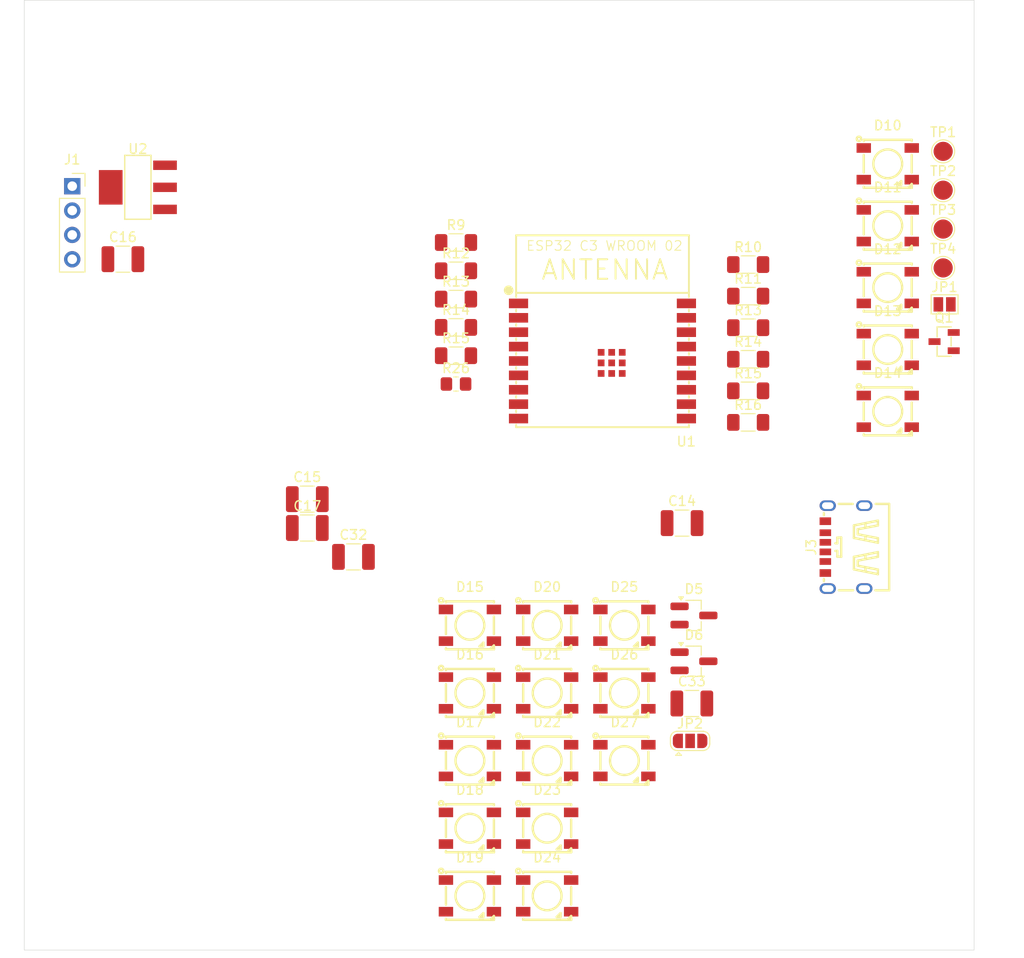
<source format=kicad_pcb>
(kicad_pcb (version 20241229) (generator "pcbnew") (generator_version "9.0")
  (title_block (title "BirtydayCard") (date "2025-03-29") (rev "V1") (comment 1 "Casper R. Tak"))
  (layers (0 "F.Cu" signal) (2 "B.Cu" signal) (13 "F.Paste" user) (15 "B.Paste" user) (5 "F.SilkS" user "F.Silkscreen") (7 "B.SilkS" user "B.Silkscreen") (1 "F.Mask" user) (3 "B.Mask" user) (25 "Edge.Cuts" user))
  (net 0 "")
  (net 1 "GND")
  (net 2 "+3V3")
  (net 3 "ESP_EN")
  (net 4 "GPIO0")
  (net 5 "BUZZ")
  (net 6 "Net-(D10-DIN)")
  (net 7 "Net-(D10-DOUT)")
  (net 8 "GPIO1")
  (net 9 "GPIO4")
  (net 10 "GPIO3")
  (net 11 "Net-(D11-DOUT)")
  (net 12 "D+_USB")
  (net 13 "Net-(D12-DOUT)")
  (net 14 "D-_USB")
  (net 15 "Net-(D13-DOUT)")
  (net 16 "GPIO7")
  (net 17 "GPIO6")
  (net 18 "Net-(J3-CC1)")
  (net 19 "GPIO8")
  (net 20 "Net-(J3-CC2)")
  (net 21 "GPIO5")
  (net 22 "Net-(D14-DOUT)")
  (net 23 "Net-(U1-RXD)")
  (net 24 "Net-(U1-TXD)")
  (net 25 "GPIO9")
  (net 26 "GPIO2")
  (net 27 "Net-(D15-DOUT)")
  (net 28 "+5V")
  (net 29 "Net-(Q1-D)")
  (net 30 "Net-(Q1-G)")
  (net 31 "Net-(D16-DOUT)")
  (net 32 "Net-(D16-DIN)")
  (net 33 "Net-(D17-DIN)")
  (net 34 "Net-(D18-DIN)")
  (net 35 "Net-(D19-DIN)")
  (net 36 "Net-(D20-DIN)")
  (net 38 "Net-(D22-DIN)")
  (net 39 "Net-(D23-DIN)")
  (net 40 "Net-(D24-DIN)")
  (net 41 "Net-(D25-DIN)")
  (net 42 "Net-(D26-DIN)")
  (net 43 "Net-(JP2-C)")
  (footprint "Jumper:SolderJumper-3_P1.3mm_Open_RoundedPad1.0x1.5mm" (layer "F.Cu") (at 134.4 109.7)
    (property "Reference" "JP2" (at 0 -1.8 0) (layer "F.SilkS"))
    (property "Value" "SolderJumper_3_Open")
    (pad "1" smd custom (at -1.3 0) (size 1 0.5) (layers "F.Cu" "F.Mask") (net 2 "+3V3") (options (clearance outline) (anchor rect)) (primitives (gr_circle (center 0 0.25) (end 0.5 0.25) (width 0) (fill yes)) (gr_circle (center 0 -0.25) (end 0.5 -0.25) (width 0) (fill yes)) (gr_poly (pts (xy 0.55 0.75) (xy 0 0.75) (xy 0 -0.75) (xy 0.55 -0.75)) (width 0) (fill yes))))
    (pad "2" smd rect (at 0 0) (size 1 1.5) (layers "F.Cu" "F.Mask") (net 43 "Net-(JP2-C)"))
    (pad "3" smd custom (at 1.3 0) (size 1 0.5) (layers "F.Cu" "F.Mask") (net 1 "GND") (options (clearance outline) (anchor rect)) (primitives (gr_circle (center 0 0.25) (end 0.5 0.25) (width 0) (fill yes)) (gr_circle (center 0 -0.25) (end 0.5 -0.25) (width 0) (fill yes)) (gr_poly (pts (xy 0 0.75) (xy -0.55 0.75) (xy -0.55 -0.75) (xy 0 -0.75)) (width 0) (fill yes))))
  )
  (footprint "easyeda2kicad:LED-SMD_4P-L5.0-W5.0-BL_TC5050RGB" (layer "F.Cu") (at 155 62.45)
    (property "Reference" "D12" (at 0 -4 0) (layer "F.SilkS"))
    (property "Value" "WS2812B")
    (pad "1" smd rect (at -2.5 -1.65) (size 1.5 1) (layers "F.Cu" "F.Mask" "F.Paste") (net 2 "+3V3"))
    (pad "2" smd rect (at -2.5 1.65) (size 1.5 1) (layers "F.Cu" "F.Mask" "F.Paste") (net 13 "Net-(D12-DOUT)"))
    (pad "3" smd rect (at 2.5 1.65) (size 1.5 1) (layers "F.Cu" "F.Mask" "F.Paste") (net 1 "GND"))
    (pad "4" smd rect (at 2.5 -1.65) (size 1.5 1) (layers "F.Cu" "F.Mask" "F.Paste") (net 11 "Net-(D11-DOUT)"))
  )
  (footprint "TestPoint:TestPoint_Pad_D2.0mm" (layer "F.Cu") (at 160.775 48.25)
    (property "Reference" "TP1" (at 0 -1.998 0) (layer "F.SilkS"))
    (property "Value" "TestPoint_Probe")
    (pad "1" smd circle (at 0 0) (size 2 2) (layers "F.Cu" "F.Mask") (net 23 "Net-(U1-RXD)"))
  )
  (footprint "Resistor_SMD:R_1206_3216Metric_Pad1.30x1.75mm_HandSolder" (layer "F.Cu") (at 140.45 73.21)
    (property "Reference" "R15" (at 0 -1.82 0) (layer "F.SilkS"))
    (property "Value" "10k")
    (pad "1" smd roundrect (at -1.55 0) (size 1.3 1.75) (layers "F.Cu" "F.Mask" "F.Paste") (roundrect_rratio 0.192308) (net 2 "+3V3"))
    (pad "2" smd roundrect (at 1.55 0) (size 1.3 1.75) (layers "F.Cu" "F.Mask" "F.Paste") (roundrect_rratio 0.192308) (net 3 "ESP_EN"))
  )
  (footprint "easyeda2kicad:LED-SMD_4P-L5.0-W5.0-BL_TC5050RGB" (layer "F.Cu") (at 127.55 97.65)
    (property "Reference" "D25" (at 0 -4 0) (layer "F.SilkS"))
    (property "Value" "WS2812B")
    (pad "1" smd rect (at -2.5 -1.65) (size 1.5 1) (layers "F.Cu" "F.Mask" "F.Paste") (net 2 "+3V3"))
    (pad "2" smd rect (at -2.5 1.65) (size 1.5 1) (layers "F.Cu" "F.Mask" "F.Paste") (net 40 "Net-(D24-DIN)"))
    (pad "3" smd rect (at 2.5 1.65) (size 1.5 1) (layers "F.Cu" "F.Mask" "F.Paste") (net 1 "GND"))
    (pad "4" smd rect (at 2.5 -1.65) (size 1.5 1) (layers "F.Cu" "F.Mask" "F.Paste") (net 41 "Net-(D25-DIN)"))
  )
  (footprint "Connector_PinSocket_2.54mm:PinSocket_1x04_P2.54mm_Vertical" (layer "F.Cu") (at 70 51.88)
    (property "Reference" "J1" (at 0 -2.77 0) (layer "F.SilkS"))
    (property "Value" "Conn_01x04_Socket")
    (pad "1" thru_hole rect (at 0 0) (size 1.7 1.7) (drill 1) (layers "*.Cu" "*.Mask") (net 17 "GPIO6"))
    (pad "2" thru_hole circle (at 0 2.54) (size 1.7 1.7) (drill 1) (layers "*.Cu" "*.Mask") (net 16 "GPIO7"))
    (pad "3" thru_hole circle (at 0 5.08) (size 1.7 1.7) (drill 1) (layers "*.Cu" "*.Mask") (net 1 "GND"))
    (pad "4" thru_hole circle (at 0 7.62) (size 1.7 1.7) (drill 1) (layers "*.Cu" "*.Mask") (net 2 "+3V3"))
  )
  (footprint "Package_TO_SOT_SMD:SOT-23_Handsoldering" (layer "F.Cu") (at 134.8 101.4)
    (property "Reference" "D6" (at 0 -2.75 0) (layer "F.SilkS"))
    (property "Value" "7A 150W")
    (pad "1" smd roundrect (at -1.5 -0.95) (size 1.9 0.8) (layers "F.Cu" "F.Mask" "F.Paste") (net 14 "D-_USB"))
    (pad "2" smd roundrect (at -1.5 0.95) (size 1.9 0.8) (layers "F.Cu" "F.Mask" "F.Paste") (net 12 "D+_USB"))
    (pad "3" smd roundrect (at 1.5 0) (size 1.9 0.8) (layers "F.Cu" "F.Mask" "F.Paste") (net 1 "GND"))
  )
  (footprint "Resistor_SMD:R_1206_3216Metric_Pad1.30x1.75mm_HandSolder" (layer "F.Cu") (at 140.45 60.05)
    (property "Reference" "R10" (at 0 -1.82 0) (layer "F.SilkS"))
    (property "Value" "10k")
    (pad "1" smd roundrect (at -1.55 0) (size 1.3 1.75) (layers "F.Cu" "F.Mask" "F.Paste") (roundrect_rratio 0.192308) (net 2 "+3V3"))
    (pad "2" smd roundrect (at 1.55 0) (size 1.3 1.75) (layers "F.Cu" "F.Mask" "F.Paste") (roundrect_rratio 0.192308) (net 16 "GPIO7"))
  )
  (footprint "Resistor_SMD:R_1206_3216Metric_Pad1.30x1.75mm_HandSolder" (layer "F.Cu") (at 140.45 63.34)
    (property "Reference" "R11" (at 0 -1.82 0) (layer "F.SilkS"))
    (property "Value" "10k")
    (pad "1" smd roundrect (at -1.55 0) (size 1.3 1.75) (layers "F.Cu" "F.Mask" "F.Paste") (roundrect_rratio 0.192308) (net 2 "+3V3"))
    (pad "2" smd roundrect (at 1.55 0) (size 1.3 1.75) (layers "F.Cu" "F.Mask" "F.Paste") (roundrect_rratio 0.192308) (net 17 "GPIO6"))
  )
  (footprint "easyeda2kicad:LED-SMD_4P-L5.0-W5.0-BL_TC5050RGB" (layer "F.Cu") (at 127.55 111.75)
    (property "Reference" "D27" (at 0 -4 0) (layer "F.SilkS"))
    (property "Value" "WS2812B")
    (pad "1" smd rect (at -2.5 -1.65) (size 1.5 1) (layers "F.Cu" "F.Mask" "F.Paste") (net 2 "+3V3"))
    (pad "2" smd rect (at -2.5 1.65) (size 1.5 1) (layers "F.Cu" "F.Mask" "F.Paste") (net 42 "Net-(D26-DIN)"))
    (pad "3" smd rect (at 2.5 1.65) (size 1.5 1) (layers "F.Cu" "F.Mask" "F.Paste") (net 1 "GND"))
    (pad "4" smd rect (at 2.5 -1.65) (size 1.5 1) (layers "F.Cu" "F.Mask" "F.Paste") (net 31 "Net-(D16-DOUT)"))
  )
  (footprint "Jumper:SolderJumper-2_P1.3mm_Open_Pad1.0x1.5mm" (layer "F.Cu") (at 160.925 64.2)
    (property "Reference" "JP1" (at 0 -1.8 0) (layer "F.SilkS"))
    (property "Value" "SolderJumper_2_Open")
    (pad "1" smd rect (at -0.65 0) (size 1 1.5) (layers "F.Cu" "F.Mask") (net 1 "GND"))
    (pad "2" smd rect (at 0.65 0) (size 1 1.5) (layers "F.Cu" "F.Mask") (net 25 "GPIO9"))
  )
  (footprint "Resistor_SMD:R_1206_3216Metric_Pad1.30x1.75mm_HandSolder" (layer "F.Cu") (at 110 63.65)
    (property "Reference" "R13" (at 0 -1.82 0) (layer "F.SilkS"))
    (property "Value" "5k1")
    (pad "1" smd roundrect (at -1.55 0) (size 1.3 1.75) (layers "F.Cu" "F.Mask" "F.Paste") (roundrect_rratio 0.192308) (net 1 "GND"))
    (pad "2" smd roundrect (at 1.55 0) (size 1.3 1.75) (layers "F.Cu" "F.Mask" "F.Paste") (roundrect_rratio 0.192308) (net 18 "Net-(J3-CC1)"))
  )
  (footprint "TestPoint:TestPoint_Pad_D2.0mm" (layer "F.Cu") (at 160.775 56.35)
    (property "Reference" "TP3" (at 0 -1.998 0) (layer "F.SilkS"))
    (property "Value" "TestPoint_Probe")
    (pad "1" smd circle (at 0 0) (size 2 2) (layers "F.Cu" "F.Mask") (net 12 "D+_USB"))
  )
  (footprint "easyeda2kicad:BULETM-SMD_ESPRESSIF_ESP32-C3-WROOM-02-N4-4MB" (layer "F.Cu") (at 125.265 70.1)
    (property "Reference" "U1" (at 8.735 8.4 0) (layer "F.SilkS"))
    (property "Value" "ESP32-C3-WROOM-02-N4(4MB)")
    (fp_text user "ESP32 C3 WROOM 02" (at -8 -12 0) (layer "F.SilkS") (effects (font (thickness 0.1)) (justify left)))
    (fp_text user "ANTENNA" (at -6.5 -9.5 0) (layer "F.SilkS") (effects (font (size 2.03 2.03) (thickness 0.2)) (justify left)))
    (pad "1" smd rect (at -8.75 -6) (size 2 1) (layers "F.Cu" "F.Mask" "F.Paste") (net 2 "+3V3"))
    (pad "2" smd rect (at -8.75 -4.5) (size 2 1) (layers "F.Cu" "F.Mask" "F.Paste") (net 3 "ESP_EN"))
    (pad "3" smd rect (at -8.75 -3) (size 2 1) (layers "F.Cu" "F.Mask" "F.Paste") (net 9 "GPIO4"))
    (pad "4" smd rect (at -8.75 -1.5) (size 2 1) (layers "F.Cu" "F.Mask" "F.Paste") (net 21 "GPIO5"))
    (pad "5" smd rect (at -8.75 0) (size 2 1) (layers "F.Cu" "F.Mask" "F.Paste") (net 17 "GPIO6"))
    (pad "6" smd rect (at -8.75 1.5) (size 2 1) (layers "F.Cu" "F.Mask" "F.Paste") (net 16 "GPIO7"))
    (pad "7" smd rect (at -8.75 3) (size 2 1) (layers "F.Cu" "F.Mask" "F.Paste") (net 19 "GPIO8"))
    (pad "8" smd rect (at -8.75 4.5) (size 2 1) (layers "F.Cu" "F.Mask" "F.Paste") (net 25 "GPIO9"))
    (pad "9" smd rect (at -8.75 6) (size 2 1) (layers "F.Cu" "F.Mask" "F.Paste") (net 1 "GND"))
    (pad "10" smd rect (at 8.75 6) (size 2 1) (layers "F.Cu" "F.Mask" "F.Paste") (net 5 "BUZZ"))
    (pad "11" smd rect (at 8.75 4.5) (size 2 1) (layers "F.Cu" "F.Mask" "F.Paste") (net 23 "Net-(U1-RXD)"))
    (pad "12" smd rect (at 8.75 3) (size 2 1) (layers "F.Cu" "F.Mask" "F.Paste") (net 24 "Net-(U1-TXD)"))
    (pad "13" smd rect (at 8.75 1.5) (size 2 1) (layers "F.Cu" "F.Mask" "F.Paste") (net 14 "D-_USB"))
    (pad "14" smd rect (at 8.75 0) (size 2 1) (layers "F.Cu" "F.Mask" "F.Paste") (net 12 "D+_USB"))
    (pad "15" smd rect (at 8.75 -1.5) (size 2 1) (layers "F.Cu" "F.Mask" "F.Paste") (net 10 "GPIO3"))
    (pad "16" smd rect (at 8.75 -3) (size 2 1) (layers "F.Cu" "F.Mask" "F.Paste") (net 26 "GPIO2"))
    (pad "17" smd rect (at 8.75 -4.5) (size 2 1) (layers "F.Cu" "F.Mask" "F.Paste") (net 8 "GPIO1"))
    (pad "18" smd rect (at 8.75 -6) (size 2 1) (layers "F.Cu" "F.Mask" "F.Paste") (net 4 "GPIO0"))
    (pad "19" smd rect (at -0.14 -0.9) (size 0.7 0.7) (layers "F.Cu" "F.Mask" "F.Paste") (net 1 "GND"))
    (pad "19" smd rect (at -0.14 0.2) (size 0.7 0.7) (layers "F.Cu" "F.Mask" "F.Paste") (net 1 "GND"))
    (pad "19" smd rect (at -0.14 1.3) (size 0.7 0.7) (layers "F.Cu" "F.Mask" "F.Paste") (net 1 "GND"))
    (pad "19" smd rect (at 0.96 -0.9) (size 0.7 0.7) (layers "F.Cu" "F.Mask" "F.Paste") (net 1 "GND"))
    (pad "19" smd rect (at 0.96 0.2) (size 0.7 0.7) (layers "F.Cu" "F.Mask" "F.Paste") (net 1 "GND"))
    (pad "19" smd rect (at 0.96 1.3) (size 0.7 0.7) (layers "F.Cu" "F.Mask" "F.Paste") (net 1 "GND"))
    (pad "19" smd rect (at 2.06 -0.9) (size 0.7 0.7) (layers "F.Cu" "F.Mask" "F.Paste") (net 1 "GND"))
    (pad "19" smd rect (at 2.06 0.2) (size 0.7 0.7) (layers "F.Cu" "F.Mask" "F.Paste") (net 1 "GND"))
    (pad "19" smd rect (at 2.06 1.3) (size 0.7 0.7) (layers "F.Cu" "F.Mask" "F.Paste") (net 1 "GND"))
  )
  (footprint "Resistor_SMD:R_1206_3216Metric_Pad1.30x1.75mm_HandSolder" (layer "F.Cu") (at 110 60.7)
    (property "Reference" "R12" (at 0 -1.82 0) (layer "F.SilkS"))
    (property "Value" "220")
    (pad "1" smd roundrect (at -1.55 0) (size 1.3 1.75) (layers "F.Cu" "F.Mask" "F.Paste") (roundrect_rratio 0.192308) (net 6 "Net-(D10-DIN)"))
    (pad "2" smd roundrect (at 1.55 0) (size 1.3 1.75) (layers "F.Cu" "F.Mask" "F.Paste") (roundrect_rratio 0.192308) (net 10 "GPIO3"))
  )
  (footprint "Capacitor_SMD:C_1210_3225Metric_Pad1.33x2.70mm_HandSolder" (layer "F.Cu") (at 134.58 105.8)
    (property "Reference" "C33" (at 0 -2.3 0) (layer "F.SilkS"))
    (property "Value" "100nF 50V")
    (pad "1" smd roundrect (at -1.5625 0) (size 1.325 2.7) (layers "F.Cu" "F.Mask" "F.Paste") (roundrect_rratio 0.188679) (net 2 "+3V3"))
    (pad "2" smd roundrect (at 1.5625 0) (size 1.325 2.7) (layers "F.Cu" "F.Mask" "F.Paste") (roundrect_rratio 0.188679) (net 1 "GND"))
  )
  (footprint "Package_TO_SOT_SMD:SOT-23_Handsoldering" (layer "F.Cu") (at 134.8 96.625)
    (property "Reference" "D5" (at 0 -2.75 0) (layer "F.SilkS"))
    (property "Value" "7A 150W")
    (pad "1" smd roundrect (at -1.5 -0.95) (size 1.9 0.8) (layers "F.Cu" "F.Mask" "F.Paste") (net 16 "GPIO7"))
    (pad "2" smd roundrect (at -1.5 0.95) (size 1.9 0.8) (layers "F.Cu" "F.Mask" "F.Paste") (net 17 "GPIO6"))
    (pad "3" smd roundrect (at 1.5 0) (size 1.9 0.8) (layers "F.Cu" "F.Mask" "F.Paste") (net 1 "GND"))
  )
  (footprint "easyeda2kicad:LED-SMD_4P-L5.0-W5.0-BL_TC5050RGB" (layer "F.Cu") (at 119.5 97.65)
    (property "Reference" "D20" (at 0 -4 0) (layer "F.SilkS"))
    (property "Value" "WS2812B")
    (pad "1" smd rect (at -2.5 -1.65) (size 1.5 1) (layers "F.Cu" "F.Mask" "F.Paste") (net 2 "+3V3"))
    (pad "2" smd rect (at -2.5 1.65) (size 1.5 1) (layers "F.Cu" "F.Mask" "F.Paste") (net 35 "Net-(D19-DIN)"))
    (pad "3" smd rect (at 2.5 1.65) (size 1.5 1) (layers "F.Cu" "F.Mask" "F.Paste") (net 1 "GND"))
    (pad "4" smd rect (at 2.5 -1.65) (size 1.5 1) (layers "F.Cu" "F.Mask" "F.Paste") (net 36 "Net-(D20-DIN)"))
  )
  (footprint "Resistor_SMD:R_1206_3216Metric_Pad1.30x1.75mm_HandSolder" (layer "F.Cu") (at 140.45 76.5)
    (property "Reference" "R16" (at 0 -1.82 0) (layer "F.SilkS"))
    (property "Value" "5k1")
    (pad "1" smd roundrect (at -1.55 0) (size 1.3 1.75) (layers "F.Cu" "F.Mask" "F.Paste") (roundrect_rratio 0.192308) (net 1 "GND"))
    (pad "2" smd roundrect (at 1.55 0) (size 1.3 1.75) (layers "F.Cu" "F.Mask" "F.Paste") (roundrect_rratio 0.192308) (net 20 "Net-(J3-CC2)"))
  )
  (footprint "Resistor_SMD:R_1206_3216Metric_Pad1.30x1.75mm_HandSolder" (layer "F.Cu") (at 110 69.55)
    (property "Reference" "R15" (at 0 -1.82 0) (layer "F.SilkS"))
    (property "Value" "10k")
    (pad "1" smd roundrect (at -1.55 0) (size 1.3 1.75) (layers "F.Cu" "F.Mask" "F.Paste") (roundrect_rratio 0.192308) (net 2 "+3V3"))
    (pad "2" smd roundrect (at 1.55 0) (size 1.3 1.75) (layers "F.Cu" "F.Mask" "F.Paste") (roundrect_rratio 0.192308) (net 3 "ESP_EN"))
  )
  (footprint "easyeda2kicad:SOT-23-3_L2.9-W1.3-P1.90-LS2.4-BR" (layer "F.Cu") (at 160.875 68.08)
    (property "Reference" "Q1" (at 0 -2.5 0) (layer "F.SilkS"))
    (property "Value" "2N7002_C306856")
    (pad "1" smd rect (at 1 0.95) (size 1.25 0.7) (layers "F.Cu" "F.Mask" "F.Paste") (net 30 "Net-(Q1-G)"))
    (pad "2" smd rect (at 1 -0.95) (size 1.25 0.7) (layers "F.Cu" "F.Mask" "F.Paste") (net 1 "GND"))
    (pad "3" smd rect (at -1 0) (size 1.25 0.7) (layers "F.Cu" "F.Mask" "F.Paste") (net 29 "Net-(Q1-D)"))
  )
  (footprint "easyeda2kicad:LED-SMD_4P-L5.0-W5.0-BL_TC5050RGB" (layer "F.Cu") (at 111.45 125.85)
    (property "Reference" "D19" (at 0 -4 0) (layer "F.SilkS"))
    (property "Value" "WS2812B")
    (pad "1" smd rect (at -2.5 -1.65) (size 1.5 1) (layers "F.Cu" "F.Mask" "F.Paste") (net 2 "+3V3"))
    (pad "2" smd rect (at -2.5 1.65) (size 1.5 1) (layers "F.Cu" "F.Mask" "F.Paste") (net 34 "Net-(D18-DIN)"))
    (pad "3" smd rect (at 2.5 1.65) (size 1.5 1) (layers "F.Cu" "F.Mask" "F.Paste") (net 1 "GND"))
    (pad "4" smd rect (at 2.5 -1.65) (size 1.5 1) (layers "F.Cu" "F.Mask" "F.Paste") (net 35 "Net-(D19-DIN)"))
  )
  (footprint "easyeda2kicad:TYPE-C-SMD_TYPE-C-6P_5" (layer "F.Cu") (at 150.525 89.5 90)
    (property "Reference" "J3" (at 0 -3.5 90) (layer "F.SilkS"))
    (property "Value" "USB_C_Receptacle_USB2.0")
    (pad "7" thru_hole oval (at -4.32 -1.78 90) (size 1.1 1.7) (drill oval 0.700024 1.199998) (layers "*.Cu" "*.Mask"))
    (pad "7" thru_hole oval (at -4.32 2.03 90) (size 1.1 1.7) (drill oval 0.700024 1.199998) (layers "*.Cu" "*.Mask"))
    (pad "7" thru_hole oval (at 4.32 -1.78 90) (size 1.1 1.7) (drill oval 0.700024 1.199998) (layers "*.Cu" "*.Mask"))
    (pad "7" thru_hole oval (at 4.32 2.03 90) (size 1.1 1.7) (drill oval 0.700024 1.199998) (layers "*.Cu" "*.Mask"))
    (pad "A5" smd rect (at -0.5 -2.03 90) (size 0.7 1.2) (layers "F.Cu" "F.Mask" "F.Paste") (net 18 "Net-(J3-CC1)"))
    (pad "A9" smd rect (at 1.5 -2.03 90) (size 0.7 1.2) (layers "F.Cu" "F.Mask" "F.Paste") (net 28 "+5V"))
    (pad "A12" smd rect (at 2.7 -2.03 90) (size 0.8 1.2) (layers "F.Cu" "F.Mask" "F.Paste") (net 1 "GND"))
    (pad "B5" smd rect (at 0.5 -2.03 90) (size 0.7 1.2) (layers "F.Cu" "F.Mask" "F.Paste") (net 20 "Net-(J3-CC2)"))
    (pad "B9" smd rect (at -1.5 -2.03 90) (size 0.7 1.2) (layers "F.Cu" "F.Mask" "F.Paste") (net 28 "+5V"))
    (pad "B12" smd rect (at -2.7 -2.03 90) (size 0.8 1.2) (layers "F.Cu" "F.Mask" "F.Paste") (net 1 "GND"))
  )
  (footprint "Capacitor_SMD:C_1210_3225Metric_Pad1.33x2.70mm_HandSolder" (layer "F.Cu") (at 94.5 87.51)
    (property "Reference" "C17" (at 0 -2.3 0) (layer "F.SilkS"))
    (property "Value" "10uF 25V")
    (pad "1" smd roundrect (at -1.5625 0) (size 1.325 2.7) (layers "F.Cu" "F.Mask" "F.Paste") (roundrect_rratio 0.188679) (net 1 "GND"))
    (pad "2" smd roundrect (at 1.5625 0) (size 1.325 2.7) (layers "F.Cu" "F.Mask" "F.Paste") (roundrect_rratio 0.188679) (net 3 "ESP_EN"))
  )
  (footprint "easyeda2kicad:LED-SMD_4P-L5.0-W5.0-BL_TC5050RGB" (layer "F.Cu") (at 111.45 111.75)
    (property "Reference" "D17" (at 0 -4 0) (layer "F.SilkS"))
    (property "Value" "WS2812B")
    (pad "1" smd rect (at -2.5 -1.65) (size 1.5 1) (layers "F.Cu" "F.Mask" "F.Paste") (net 2 "+3V3"))
    (pad "2" smd rect (at -2.5 1.65) (size 1.5 1) (layers "F.Cu" "F.Mask" "F.Paste") (net 32 "Net-(D16-DIN)"))
    (pad "3" smd rect (at 2.5 1.65) (size 1.5 1) (layers "F.Cu" "F.Mask" "F.Paste") (net 1 "GND"))
    (pad "4" smd rect (at 2.5 -1.65) (size 1.5 1) (layers "F.Cu" "F.Mask" "F.Paste") (net 33 "Net-(D17-DIN)"))
  )
  (footprint "easyeda2kicad:LED-SMD_4P-L5.0-W5.0-BL_TC5050RGB" (layer "F.Cu") (at 111.45 118.8)
    (property "Reference" "D18" (at 0 -4 0) (layer "F.SilkS"))
    (property "Value" "WS2812B")
    (pad "1" smd rect (at -2.5 -1.65) (size 1.5 1) (layers "F.Cu" "F.Mask" "F.Paste") (net 2 "+3V3"))
    (pad "2" smd rect (at -2.5 1.65) (size 1.5 1) (layers "F.Cu" "F.Mask" "F.Paste") (net 33 "Net-(D17-DIN)"))
    (pad "3" smd rect (at 2.5 1.65) (size 1.5 1) (layers "F.Cu" "F.Mask" "F.Paste") (net 1 "GND"))
    (pad "4" smd rect (at 2.5 -1.65) (size 1.5 1) (layers "F.Cu" "F.Mask" "F.Paste") (net 34 "Net-(D18-DIN)"))
  )
  (footprint "easyeda2kicad:LED-SMD_4P-L5.0-W5.0-BL_TC5050RGB" (layer "F.Cu") (at 155 75.35)
    (property "Reference" "D14" (at 0 -4 0) (layer "F.SilkS"))
    (property "Value" "WS2812B")
    (pad "1" smd rect (at -2.5 -1.65) (size 1.5 1) (layers "F.Cu" "F.Mask" "F.Paste") (net 2 "+3V3"))
    (pad "2" smd rect (at -2.5 1.65) (size 1.5 1) (layers "F.Cu" "F.Mask" "F.Paste") (net 22 "Net-(D14-DOUT)"))
    (pad "3" smd rect (at 2.5 1.65) (size 1.5 1) (layers "F.Cu" "F.Mask" "F.Paste") (net 1 "GND"))
    (pad "4" smd rect (at 2.5 -1.65) (size 1.5 1) (layers "F.Cu" "F.Mask" "F.Paste") (net 15 "Net-(D13-DOUT)"))
  )
  (footprint "Capacitor_SMD:C_1210_3225Metric_Pad1.33x2.70mm_HandSolder" (layer "F.Cu") (at 94.5 84.5)
    (property "Reference" "C15" (at 0 -2.3 0) (layer "F.SilkS"))
    (property "Value" "100nF 50V")
    (pad "1" smd roundrect (at -1.5625 0) (size 1.325 2.7) (layers "F.Cu" "F.Mask" "F.Paste") (roundrect_rratio 0.188679) (net 2 "+3V3"))
    (pad "2" smd roundrect (at 1.5625 0) (size 1.325 2.7) (layers "F.Cu" "F.Mask" "F.Paste") (roundrect_rratio 0.188679) (net 1 "GND"))
  )
  (footprint "easyeda2kicad:LED-SMD_4P-L5.0-W5.0-BL_TC5050RGB" (layer "F.Cu") (at 155 49.55)
    (property "Reference" "D10" (at 0 -4 0) (layer "F.SilkS"))
    (property "Value" "WS2812B")
    (pad "1" smd rect (at -2.5 -1.65) (size 1.5 1) (layers "F.Cu" "F.Mask" "F.Paste") (net 2 "+3V3"))
    (pad "2" smd rect (at -2.5 1.65) (size 1.5 1) (layers "F.Cu" "F.Mask" "F.Paste") (net 7 "Net-(D10-DOUT)"))
    (pad "3" smd rect (at 2.5 1.65) (size 1.5 1) (layers "F.Cu" "F.Mask" "F.Paste") (net 1 "GND"))
    (pad "4" smd rect (at 2.5 -1.65) (size 1.5 1) (layers "F.Cu" "F.Mask" "F.Paste") (net 6 "Net-(D10-DIN)"))
  )
  (footprint "Capacitor_SMD:C_1210_3225Metric_Pad1.33x2.70mm_HandSolder" (layer "F.Cu") (at 75.28 59.49)
    (property "Reference" "C16" (at 0 -2.3 0) (layer "F.SilkS"))
    (property "Value" "47uF 10V")
    (pad "1" smd roundrect (at -1.5625 0) (size 1.325 2.7) (layers "F.Cu" "F.Mask" "F.Paste") (roundrect_rratio 0.188679) (net 1 "GND"))
    (pad "2" smd roundrect (at 1.5625 0) (size 1.325 2.7) (layers "F.Cu" "F.Mask" "F.Paste") (roundrect_rratio 0.188679) (net 28 "+5V"))
  )
  (footprint "Capacitor_SMD:C_1210_3225Metric_Pad1.33x2.70mm_HandSolder" (layer "F.Cu") (at 99.31 90.52)
    (property "Reference" "C32" (at 0 -2.3 0) (layer "F.SilkS"))
    (property "Value" "100nF 50V")
    (pad "1" smd roundrect (at -1.5625 0) (size 1.325 2.7) (layers "F.Cu" "F.Mask" "F.Paste") (roundrect_rratio 0.188679) (net 2 "+3V3"))
    (pad "2" smd roundrect (at 1.5625 0) (size 1.325 2.7) (layers "F.Cu" "F.Mask" "F.Paste") (roundrect_rratio 0.188679) (net 1 "GND"))
  )
  (footprint "TestPoint:TestPoint_Pad_D2.0mm" (layer "F.Cu") (at 160.775 52.3)
    (property "Reference" "TP2" (at 0 -1.998 0) (layer "F.SilkS"))
    (property "Value" "TestPoint_Probe")
    (pad "1" smd circle (at 0 0) (size 2 2) (layers "F.Cu" "F.Mask") (net 24 "Net-(U1-TXD)"))
  )
  (footprint "TestPoint:TestPoint_Pad_D2.0mm" (layer "F.Cu") (at 160.775 60.4)
    (property "Reference" "TP4" (at 0 -1.998 0) (layer "F.SilkS"))
    (property "Value" "TestPoint_Probe")
    (pad "1" smd circle (at 0 0) (size 2 2) (layers "F.Cu" "F.Mask") (net 14 "D-_USB"))
  )
  (footprint "easyeda2kicad:LED-SMD_4P-L5.0-W5.0-BL_TC5050RGB" (layer "F.Cu") (at 111.45 104.7)
    (property "Reference" "D16" (at 0 -4 0) (layer "F.SilkS"))
    (property "Value" "WS2812B")
    (pad "1" smd rect (at -2.5 -1.65) (size 1.5 1) (layers "F.Cu" "F.Mask" "F.Paste") (net 2 "+3V3"))
    (pad "2" smd rect (at -2.5 1.65) (size 1.5 1) (layers "F.Cu" "F.Mask" "F.Paste") (net 31 "Net-(D16-DOUT)"))
    (pad "3" smd rect (at 2.5 1.65) (size 1.5 1) (layers "F.Cu" "F.Mask" "F.Paste") (net 1 "GND"))
    (pad "4" smd rect (at 2.5 -1.65) (size 1.5 1) (layers "F.Cu" "F.Mask" "F.Paste") (net 32 "Net-(D16-DIN)"))
  )
  (footprint "easyeda2kicad:LED-SMD_4P-L5.0-W5.0-BL_TC5050RGB" (layer "F.Cu") (at 111.45 97.65)
    (property "Reference" "D15" (at 0 -4 0) (layer "F.SilkS"))
    (property "Value" "WS2812B")
    (pad "1" smd rect (at -2.5 -1.65) (size 1.5 1) (layers "F.Cu" "F.Mask" "F.Paste") (net 2 "+3V3"))
    (pad "2" smd rect (at -2.5 1.65) (size 1.5 1) (layers "F.Cu" "F.Mask" "F.Paste") (net 27 "Net-(D15-DOUT)"))
    (pad "3" smd rect (at 2.5 1.65) (size 1.5 1) (layers "F.Cu" "F.Mask" "F.Paste") (net 1 "GND"))
    (pad "4" smd rect (at 2.5 -1.65) (size 1.5 1) (layers "F.Cu" "F.Mask" "F.Paste") (net 22 "Net-(D14-DOUT)"))
  )
  (footprint "easyeda2kicad:LED-SMD_4P-L5.0-W5.0-BL_TC5050RGB" (layer "F.Cu") (at 127.55 104.7)
    (property "Reference" "D26" (at 0 -4 0) (layer "F.SilkS"))
    (property "Value" "WS2812B")
    (pad "1" smd rect (at -2.5 -1.65) (size 1.5 1) (layers "F.Cu" "F.Mask" "F.Paste") (net 2 "+3V3"))
    (pad "2" smd rect (at -2.5 1.65) (size 1.5 1) (layers "F.Cu" "F.Mask" "F.Paste") (net 41 "Net-(D25-DIN)"))
    (pad "3" smd rect (at 2.5 1.65) (size 1.5 1) (layers "F.Cu" "F.Mask" "F.Paste") (net 1 "GND"))
    (pad "4" smd rect (at 2.5 -1.65) (size 1.5 1) (layers "F.Cu" "F.Mask" "F.Paste") (net 42 "Net-(D26-DIN)"))
  )
  (footprint "easyeda2kicad:LED-SMD_4P-L5.0-W5.0-BL_TC5050RGB" (layer "F.Cu") (at 119.5 125.85)
    (property "Reference" "D24" (at 0 -4 0) (layer "F.SilkS"))
    (property "Value" "WS2812B")
    (pad "1" smd rect (at -2.5 -1.65) (size 1.5 1) (layers "F.Cu" "F.Mask" "F.Paste") (net 2 "+3V3"))
    (pad "2" smd rect (at -2.5 1.65) (size 1.5 1) (layers "F.Cu" "F.Mask" "F.Paste") (net 39 "Net-(D23-DIN)"))
    (pad "3" smd rect (at 2.5 1.65) (size 1.5 1) (layers "F.Cu" "F.Mask" "F.Paste") (net 1 "GND"))
    (pad "4" smd rect (at 2.5 -1.65) (size 1.5 1) (layers "F.Cu" "F.Mask" "F.Paste") (net 40 "Net-(D24-DIN)"))
  )
  (footprint "Resistor_SMD:R_1206_3216Metric_Pad1.30x1.75mm_HandSolder" (layer "F.Cu") (at 140.45 69.92)
    (property "Reference" "R14" (at 0 -1.82 0) (layer "F.SilkS"))
    (property "Value" "10k")
    (pad "1" smd roundrect (at -1.55 0) (size 1.3 1.75) (layers "F.Cu" "F.Mask" "F.Paste") (roundrect_rratio 0.192308) (net 19 "GPIO8"))
    (pad "2" smd roundrect (at 1.55 0) (size 1.3 1.75) (layers "F.Cu" "F.Mask" "F.Paste") (roundrect_rratio 0.192308) (net 43 "Net-(JP2-C)"))
  )
  (footprint "easyeda2kicad:LED-SMD_4P-L5.0-W5.0-BL_TC5050RGB" (layer "F.Cu") (at 119.5 104.7)
    (property "Reference" "D21" (at 0 -4 0) (layer "F.SilkS"))
    (property "Value" "WS2812B")
    (pad "1" smd rect (at -2.5 -1.65) (size 1.5 1) (layers "F.Cu" "F.Mask" "F.Paste") (net 2 "+3V3"))
    (pad "2" smd rect (at -2.5 1.65) (size 1.5 1) (layers "F.Cu" "F.Mask" "F.Paste") (net 36 "Net-(D20-DIN)"))
    (pad "3" smd rect (at 2.5 1.65) (size 1.5 1) (layers "F.Cu" "F.Mask" "F.Paste") (net 1 "GND"))
    (pad "4" smd rect (at 2.5 -1.65) (size 1.5 1) (layers "F.Cu" "F.Mask" "F.Paste") (net 27 "Net-(D15-DOUT)"))
  )
  (footprint "Resistor_SMD:R_1206_3216Metric_Pad1.30x1.75mm_HandSolder" (layer "F.Cu") (at 110 57.75)
    (property "Reference" "R9" (at 0 -1.82 0) (layer "F.SilkS"))
    (property "Value" "10k")
    (pad "1" smd roundrect (at -1.55 0) (size 1.3 1.75) (layers "F.Cu" "F.Mask" "F.Paste") (roundrect_rratio 0.192308) (net 1 "GND"))
    (pad "2" smd roundrect (at 1.55 0) (size 1.3 1.75) (layers "F.Cu" "F.Mask" "F.Paste") (roundrect_rratio 0.192308) (net 5 "BUZZ"))
  )
  (footprint "easyeda2kicad:SOT-223-4_L6.5-W3.5-P2.30-LS7.0-BR" (layer "F.Cu") (at 76.84 52)
    (property "Reference" "U2" (at 0 -4 0) (layer "F.SilkS"))
    (property "Value" "AMS1117-3.3_C347222")
    (pad "1" smd rect (at 2.83 2.3) (size 2.47 0.98) (layers "F.Cu" "F.Mask" "F.Paste") (net 1 "GND"))
    (pad "2" smd rect (at 2.83 0) (size 2.47 0.98) (layers "F.Cu" "F.Mask" "F.Paste") (net 2 "+3V3"))
    (pad "3" smd rect (at 2.83 -2.3) (size 2.47 0.98) (layers "F.Cu" "F.Mask" "F.Paste") (net 28 "+5V"))
    (pad "4" smd rect (at -2.83 0) (size 2.47 3.6) (layers "F.Cu" "F.Mask" "F.Paste") (net 1 "GND"))
  )
  (footprint "Resistor_SMD:R_1206_3216Metric_Pad1.30x1.75mm_HandSolder" (layer "F.Cu") (at 140.45 66.63)
    (property "Reference" "R13" (at 0 -1.82 0) (layer "F.SilkS"))
    (property "Value" "5k1")
    (pad "1" smd roundrect (at -1.55 0) (size 1.3 1.75) (layers "F.Cu" "F.Mask" "F.Paste") (roundrect_rratio 0.192308) (net 1 "GND"))
    (pad "2" smd roundrect (at 1.55 0) (size 1.3 1.75) (layers "F.Cu" "F.Mask" "F.Paste") (roundrect_rratio 0.192308) (net 18 "Net-(J3-CC1)"))
  )
  (footprint "easyeda2kicad:LED-SMD_4P-L5.0-W5.0-BL_TC5050RGB" (layer "F.Cu") (at 119.5 111.75)
    (property "Reference" "D22" (at 0 -4 0) (layer "F.SilkS"))
    (property "Value" "WS2812B")
    (pad "1" smd rect (at -2.5 -1.65) (size 1.5 1) (layers "F.Cu" "F.Mask" "F.Paste") (net 2 "+3V3"))
    (pad "2" smd rect (at -2.5 1.65) (size 1.5 1) (layers "F.Cu" "F.Mask" "F.Paste"))
    (pad "3" smd rect (at 2.5 1.65) (size 1.5 1) (layers "F.Cu" "F.Mask" "F.Paste") (net 1 "GND"))
    (pad "4" smd rect (at 2.5 -1.65) (size 1.5 1) (layers "F.Cu" "F.Mask" "F.Paste") (net 38 "Net-(D22-DIN)"))
  )
  (footprint "Capacitor_SMD:C_1210_3225Metric_Pad1.33x2.70mm_HandSolder" (layer "F.Cu") (at 133.5625 87)
    (property "Reference" "C14" (at 0 -2.3 0) (layer "F.SilkS"))
    (property "Value" "47uF 10V")
    (pad "1" smd roundrect (at -1.5625 0) (size 1.325 2.7) (layers "F.Cu" "F.Mask" "F.Paste") (roundrect_rratio 0.188679) (net 1 "GND"))
    (pad "2" smd roundrect (at 1.5625 0) (size 1.325 2.7) (layers "F.Cu" "F.Mask" "F.Paste") (roundrect_rratio 0.188679) (net 2 "+3V3"))
  )
  (footprint "easyeda2kicad:LED-SMD_4P-L5.0-W5.0-BL_TC5050RGB" (layer "F.Cu") (at 155 68.9)
    (property "Reference" "D13" (at 0 -4 0) (layer "F.SilkS"))
    (property "Value" "WS2812B")
    (pad "1" smd rect (at -2.5 -1.65) (size 1.5 1) (layers "F.Cu" "F.Mask" "F.Paste") (net 2 "+3V3"))
    (pad "2" smd rect (at -2.5 1.65) (size 1.5 1) (layers "F.Cu" "F.Mask" "F.Paste") (net 15 "Net-(D13-DOUT)"))
    (pad "3" smd rect (at 2.5 1.65) (size 1.5 1) (layers "F.Cu" "F.Mask" "F.Paste") (net 1 "GND"))
    (pad "4" smd rect (at 2.5 -1.65) (size 1.5 1) (layers "F.Cu" "F.Mask" "F.Paste") (net 13 "Net-(D12-DOUT)"))
  )
  (footprint "easyeda2kicad:LED-SMD_4P-L5.0-W5.0-BL_TC5050RGB" (layer "F.Cu") (at 119.5 118.8)
    (property "Reference" "D23" (at 0 -4 0) (layer "F.SilkS"))
    (property "Value" "WS2812B")
    (pad "1" smd rect (at -2.5 -1.65) (size 1.5 1) (layers "F.Cu" "F.Mask" "F.Paste") (net 2 "+3V3"))
    (pad "2" smd rect (at -2.5 1.65) (size 1.5 1) (layers "F.Cu" "F.Mask" "F.Paste") (net 38 "Net-(D22-DIN)"))
    (pad "3" smd rect (at 2.5 1.65) (size 1.5 1) (layers "F.Cu" "F.Mask" "F.Paste") (net 1 "GND"))
    (pad "4" smd rect (at 2.5 -1.65) (size 1.5 1) (layers "F.Cu" "F.Mask" "F.Paste") (net 39 "Net-(D23-DIN)"))
  )
  (footprint "Resistor_SMD:R_0805_2012Metric_Pad1.20x1.40mm_HandSolder" (layer "F.Cu") (at 110 72.5)
    (property "Reference" "R26" (at 0 -1.65 0) (layer "F.SilkS"))
    (property "Value" "220")
    (pad "1" smd roundrect (at -1 0) (size 1.2 1.4) (layers "F.Cu" "F.Mask" "F.Paste") (roundrect_rratio 0.208333) (net 30 "Net-(Q1-G)"))
    (pad "2" smd roundrect (at 1 0) (size 1.2 1.4) (layers "F.Cu" "F.Mask" "F.Paste") (roundrect_rratio 0.208333) (net 5 "BUZZ"))
  )
  (footprint "Resistor_SMD:R_1206_3216Metric_Pad1.30x1.75mm_HandSolder" (layer "F.Cu") (at 110 66.6)
    (property "Reference" "R14" (at 0 -1.82 0) (layer "F.SilkS"))
    (property "Value" "10k")
    (pad "1" smd roundrect (at -1.55 0) (size 1.3 1.75) (layers "F.Cu" "F.Mask" "F.Paste") (roundrect_rratio 0.192308) (net 19 "GPIO8"))
    (pad "2" smd roundrect (at 1.55 0) (size 1.3 1.75) (layers "F.Cu" "F.Mask" "F.Paste") (roundrect_rratio 0.192308) (net 43 "Net-(JP2-C)"))
  )
  (footprint "easyeda2kicad:LED-SMD_4P-L5.0-W5.0-BL_TC5050RGB" (layer "F.Cu") (at 155 56)
    (property "Reference" "D11" (at 0 -4 0) (layer "F.SilkS"))
    (property "Value" "WS2812B")
    (pad "1" smd rect (at -2.5 -1.65) (size 1.5 1) (layers "F.Cu" "F.Mask" "F.Paste") (net 2 "+3V3"))
    (pad "2" smd rect (at -2.5 1.65) (size 1.5 1) (layers "F.Cu" "F.Mask" "F.Paste") (net 11 "Net-(D11-DOUT)"))
    (pad "3" smd rect (at 2.5 1.65) (size 1.5 1) (layers "F.Cu" "F.Mask" "F.Paste") (net 1 "GND"))
    (pad "4" smd rect (at 2.5 -1.65) (size 1.5 1) (layers "F.Cu" "F.Mask" "F.Paste") (net 7 "Net-(D10-DOUT)"))
  )
  (gr_rect (start 65 32.5) (end 164 131.5) (stroke (width 0.05)) (fill no) (layer "Edge.Cuts"))
)
</source>
